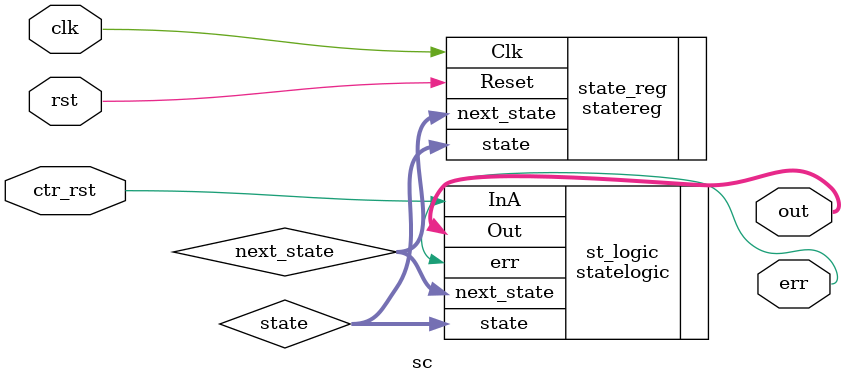
<source format=v>
/* $Author: karu $ */
/* $LastChangedDate: 2009-03-04 23:09:45 -0600 (Wed, 04 Mar 2009) $ */
/* $Rev: 45 $ */

module sc( clk, rst, ctr_rst, out, err);
   input clk;
   input rst;
   input ctr_rst;
   output [2:0] out;
   output err;

   // your code
   wire [2:0] state;
   wire [2:0] next_state;

   statereg state_reg(
     .state(state),
     .next_state(next_state),
     .Clk(clk),
     .Reset(rst)
   );

   statelogic st_logic(
     .next_state(next_state),
     .Out(out),
     .state(state),
     .InA(ctr_rst),
     .err(err)
   );


endmodule

// DUMMY LINE FOR REV CONTROL :1:

</source>
